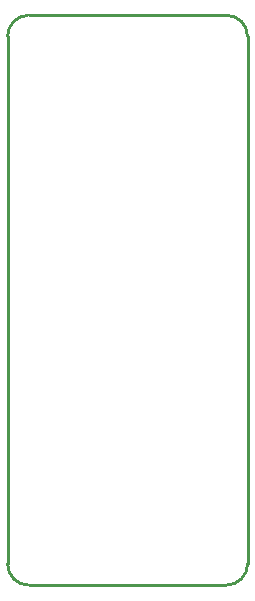
<source format=gko>
G04 Layer: BoardOutline*
G04 EasyEDA v6.4.25, 2021-09-19T13:56:21+08:00*
G04 cf7ef8cfdd7b4478b9a214f7d578d54c,d03eed67808b488db07f83a96349b93e,10*
G04 Gerber Generator version 0.2*
G04 Scale: 100 percent, Rotated: No, Reflected: No *
G04 Dimensions in inches *
G04 leading zeros omitted , absolute positions ,3 integer and 6 decimal *
%FSLAX36Y36*%
%MOIN*%

%ADD10C,0.0100*%
D10*
X800000Y-70866D02*
G01*
X800000Y-1829133D01*
X0Y-1829133D02*
G01*
X0Y-70866D01*
X729133Y-1900000D02*
G01*
X70866Y-1900000D01*
X70866Y0D02*
G01*
X729133Y0D01*
G75*
G01*
X729134Y0D02*
G02*
X800000Y-70866I0J-70866D01*
G75*
G01*
X800000Y-1829134D02*
G02*
X729134Y-1900000I-70866J0D01*
G75*
G01*
X70866Y-1900000D02*
G02*
X0Y-1829134I0J70866D01*
G75*
G01*
X0Y-70866D02*
G02*
X70866Y0I70866J0D01*

%LPD*%
M02*

</source>
